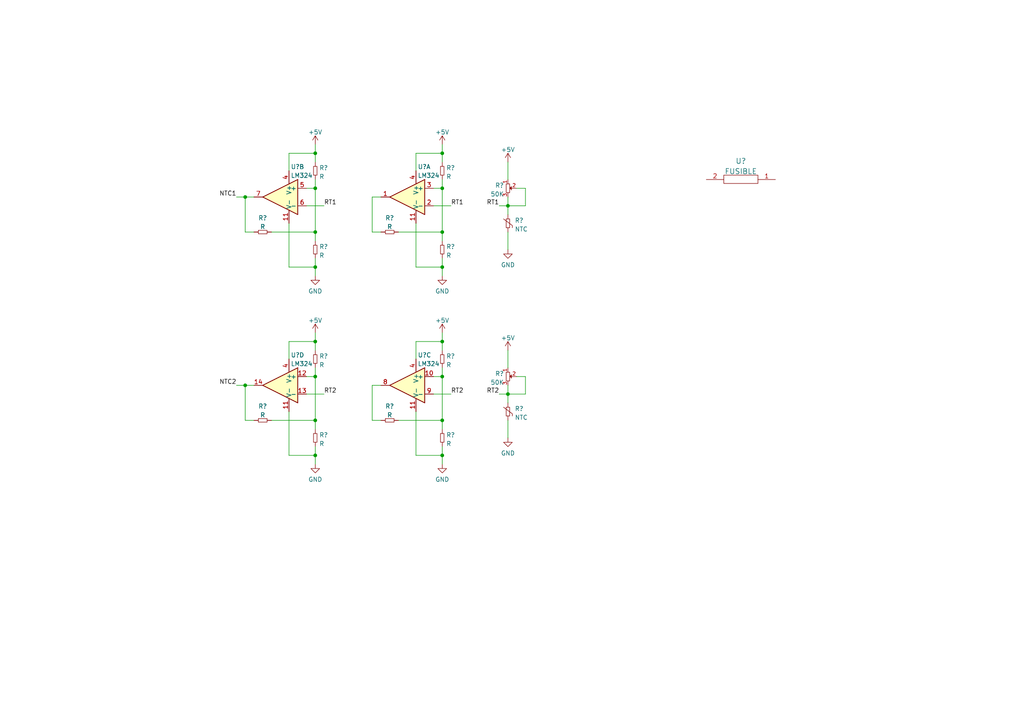
<source format=kicad_sch>
(kicad_sch (version 20211123) (generator eeschema)
  (paper "A4")
  (lib_symbols
    (symbol "EESTN5:FUSIBLE" (pin_names (offset 1.016))
      (property "Reference" "U" (at 0.127 2.286 0))
      (property "Value" "FUSIBLE" (at 0 0 0))
      (symbol "FUSIBLE_0_1"
        (rectangle (start -4.699 1.27) (end 5.207 -1.143))
      )
      (symbol "FUSIBLE_1_1"
        (pin input line (at 10.287 0 180) (length 5.08) (name "~") (number "1"))
        (pin input line (at -9.779 0 0) (length 5.08) (name "~") (number "2"))
      )
    )
    (symbol "EESTN5:POT" (pin_names (offset 1.016) hide)
      (property "Reference" "R" (at 0 -1.27 0))
      (property "Value" "POT" (at 0 -3.81 0))
      (symbol "POT_0_0"
        (rectangle (start -1.27 0.508) (end 1.27 -0.508))
      )
      (symbol "POT_0_1"
        (polyline (pts (xy 0 0.508) (xy -0.508 1.016) (xy 0.508 1.016)) (fill (type outline)))
      )
      (symbol "POT_1_1"
        (pin passive line (at -2.54 0 0) (length 1.27) (name "1") (number "1"))
        (pin passive line (at 0 2.54 270) (length 1.524) (name "2") (number "2"))
        (pin passive line (at 2.54 0 180) (length 1.27) (name "3") (number "3"))
      )
    )
    (symbol "EESTN5:R" (pin_numbers hide) (pin_names (offset 0))
      (property "Reference" "R" (at -1.27 0 90))
      (property "Value" "R" (at 1.27 0 90))
      (symbol "R_0_1"
        (rectangle (start 0.508 1.27) (end -0.508 -1.27))
      )
      (symbol "R_1_1"
        (pin passive line (at 0 2.54 270) (length 1.27) (name "~") (number "1"))
        (pin passive line (at 0 -2.54 90) (length 1.27) (name "~") (number "2"))
      )
    )
    (symbol "MacroLib:LM324" (pin_names (offset 0.3048))
      (property "Reference" "U" (at 0 7.62 0))
      (property "Value" "LM324" (at 2.54 5.08 0))
      (symbol "LM324_1_1"
        (polyline (pts (xy -5.08 5.08) (xy 5.08 0) (xy -5.08 -5.08) (xy -5.08 5.08)) (stroke (width 0.254)) (fill (type background)))
        (pin output line (at 7.62 0 180) (length 2.54) (name "~") (number "1"))
        (pin passive line (at -2.54 -7.62 90) (length 3.81) (name "V-") (number "11"))
        (pin input line (at -7.62 -2.54 0) (length 2.54) (name "-") (number "2"))
        (pin input line (at -7.62 2.54 0) (length 2.54) (name "+") (number "3"))
        (pin passive line (at -2.54 7.62 270) (length 3.81) (name "V+") (number "4"))
      )
      (symbol "LM324_2_1"
        (polyline (pts (xy -5.08 5.08) (xy 5.08 0) (xy -5.08 -5.08) (xy -5.08 5.08)) (stroke (width 0.254)) (fill (type background)))
        (pin passive line (at -2.54 -7.62 90) (length 3.81) (name "V-") (number "11"))
        (pin passive line (at -2.54 7.62 270) (length 3.81) (name "V+") (number "4"))
        (pin input line (at -7.62 2.54 0) (length 2.54) (name "+") (number "5"))
        (pin input line (at -7.62 -2.54 0) (length 2.54) (name "-") (number "6"))
        (pin output line (at 7.62 0 180) (length 2.54) (name "~") (number "7"))
      )
      (symbol "LM324_3_1"
        (polyline (pts (xy -5.08 5.08) (xy 5.08 0) (xy -5.08 -5.08) (xy -5.08 5.08)) (stroke (width 0.254)) (fill (type background)))
        (pin input line (at -7.62 2.54 0) (length 2.54) (name "+") (number "10"))
        (pin passive line (at -2.54 -7.62 90) (length 3.81) (name "V-") (number "11"))
        (pin passive line (at -2.54 7.62 270) (length 3.81) (name "V+") (number "4"))
        (pin output line (at 7.62 0 180) (length 2.54) (name "~") (number "8"))
        (pin input line (at -7.62 -2.54 0) (length 2.54) (name "-") (number "9"))
      )
      (symbol "LM324_4_1"
        (polyline (pts (xy -5.08 5.08) (xy 5.08 0) (xy -5.08 -5.08) (xy -5.08 5.08)) (stroke (width 0.254)) (fill (type background)))
        (pin passive line (at -2.54 -7.62 90) (length 3.81) (name "V-") (number "11"))
        (pin input line (at -7.62 2.54 0) (length 2.54) (name "+") (number "12"))
        (pin input line (at -7.62 -2.54 0) (length 2.54) (name "-") (number "13"))
        (pin output line (at 7.62 0 180) (length 2.54) (name "~") (number "14"))
        (pin passive line (at -2.54 7.62 270) (length 3.81) (name "V+") (number "4"))
      )
    )
    (symbol "MacroLib:NTC" (pin_numbers hide)
      (property "Reference" "R" (at 2.54 1.905 0))
      (property "Value" "NTC" (at -1.905 1.905 0))
      (symbol "NTC_0_1"
        (rectangle (start -1.27 0.508) (end 1.27 -0.508))
        (polyline (pts (xy -1.27 -1.27) (xy -0.635 -1.27) (xy 1.27 1.27)) (stroke (width 0.1524)))
      )
      (symbol "NTC_1_1"
        (pin passive line (at -2.54 0 0) (length 1.27) (name "~") (number "1"))
        (pin passive line (at 2.54 0 180) (length 1.27) (name "~") (number "2"))
      )
    )
    (symbol "power:+5V" (power) (pin_names (offset 0))
      (property "Value" "+5V" (at 0 3.556 0))
      (symbol "+5V_0_1"
        (polyline (pts (xy -0.762 1.27) (xy 0 2.54)))
        (polyline (pts (xy 0 0) (xy 0 2.54)))
        (polyline (pts (xy 0 2.54) (xy 0.762 1.27)))
      )
      (symbol "+5V_1_1"
        (pin power_in line (at 0 0 90) (length 0) hide (name "+5V") (number "1"))
      )
    )
    (symbol "power:GND" (power) (pin_names (offset 0))
      (property "Value" "GND" (at 0 -3.81 0))
      (symbol "GND_0_1"
        (polyline (pts (xy 0 0) (xy 0 -1.27) (xy 1.27 -1.27) (xy 0 -2.54) (xy -1.27 -1.27) (xy 0 -1.27)))
      )
      (symbol "GND_1_1"
        (pin power_in line (at 0 0 270) (length 0) hide (name "GND") (number "1"))
      )
    )
  )
  (junction (at 128.27 44.45))
  (junction (at 91.44 77.47))
  (junction (at 91.44 44.45))
  (junction (at 128.27 54.61))
  (junction (at 71.12 111.76))
  (junction (at 128.27 109.22))
  (junction (at 147.32 114.3))
  (junction (at 91.44 99.06))
  (junction (at 128.27 121.92))
  (junction (at 128.27 77.47))
  (junction (at 128.27 67.31))
  (junction (at 71.12 57.15))
  (junction (at 128.27 132.08))
  (junction (at 91.44 109.22))
  (junction (at 91.44 132.08))
  (junction (at 128.27 99.06))
  (junction (at 147.32 59.69))
  (junction (at 91.44 121.92))
  (junction (at 91.44 67.31))
  (junction (at 91.44 54.61))
  (wire (pts (xy 147.32 101.6) (xy 147.32 106.68)))
  (wire (pts (xy 147.32 121.92) (xy 147.32 127)))
  (wire (pts (xy 128.27 44.45) (xy 128.27 46.99)))
  (wire (pts (xy 91.44 44.45) (xy 91.44 46.99)))
  (wire (pts (xy 147.32 46.99) (xy 147.32 52.07)))
  (wire (pts (xy 83.82 104.14) (xy 83.82 99.06)))
  (wire (pts (xy 147.32 59.69) (xy 147.32 62.23)))
  (wire (pts (xy 147.32 114.3) (xy 147.32 116.84)))
  (wire (pts (xy 120.65 77.47) (xy 128.27 77.47)))
  (wire (pts (xy 128.27 41.91) (xy 128.27 44.45)))
  (wire (pts (xy 88.9 54.61) (xy 91.44 54.61)))
  (wire (pts (xy 152.4 114.3) (xy 152.4 109.22)))
  (wire (pts (xy 91.44 121.92) (xy 91.44 124.46)))
  (wire (pts (xy 91.44 109.22) (xy 91.44 121.92)))
  (wire (pts (xy 83.82 64.77) (xy 83.82 77.47)))
  (wire (pts (xy 120.65 132.08) (xy 128.27 132.08)))
  (wire (pts (xy 83.82 119.38) (xy 83.82 132.08)))
  (wire (pts (xy 68.58 57.15) (xy 71.12 57.15)))
  (wire (pts (xy 107.95 67.31) (xy 110.49 67.31)))
  (wire (pts (xy 120.65 64.77) (xy 120.65 77.47)))
  (wire (pts (xy 83.82 132.08) (xy 91.44 132.08)))
  (wire (pts (xy 147.32 59.69) (xy 152.4 59.69)))
  (wire (pts (xy 128.27 74.93) (xy 128.27 77.47)))
  (wire (pts (xy 147.32 67.31) (xy 147.32 72.39)))
  (wire (pts (xy 115.57 67.31) (xy 128.27 67.31)))
  (wire (pts (xy 110.49 111.76) (xy 107.95 111.76)))
  (wire (pts (xy 88.9 114.3) (xy 93.98 114.3)))
  (wire (pts (xy 107.95 57.15) (xy 107.95 67.31)))
  (wire (pts (xy 71.12 111.76) (xy 71.12 121.92)))
  (wire (pts (xy 128.27 54.61) (xy 128.27 67.31)))
  (wire (pts (xy 91.44 67.31) (xy 91.44 69.85)))
  (wire (pts (xy 83.82 99.06) (xy 91.44 99.06)))
  (wire (pts (xy 120.65 104.14) (xy 120.65 99.06)))
  (wire (pts (xy 91.44 129.54) (xy 91.44 132.08)))
  (wire (pts (xy 128.27 132.08) (xy 128.27 134.62)))
  (wire (pts (xy 110.49 57.15) (xy 107.95 57.15)))
  (wire (pts (xy 107.95 111.76) (xy 107.95 121.92)))
  (wire (pts (xy 128.27 67.31) (xy 128.27 69.85)))
  (wire (pts (xy 91.44 99.06) (xy 91.44 101.6)))
  (wire (pts (xy 144.78 59.69) (xy 147.32 59.69)))
  (wire (pts (xy 152.4 109.22) (xy 149.86 109.22)))
  (wire (pts (xy 147.32 114.3) (xy 152.4 114.3)))
  (wire (pts (xy 125.73 109.22) (xy 128.27 109.22)))
  (wire (pts (xy 125.73 59.69) (xy 130.81 59.69)))
  (wire (pts (xy 128.27 121.92) (xy 128.27 124.46)))
  (wire (pts (xy 83.82 49.53) (xy 83.82 44.45)))
  (wire (pts (xy 88.9 59.69) (xy 93.98 59.69)))
  (wire (pts (xy 91.44 132.08) (xy 91.44 134.62)))
  (wire (pts (xy 125.73 54.61) (xy 128.27 54.61)))
  (wire (pts (xy 83.82 77.47) (xy 91.44 77.47)))
  (wire (pts (xy 128.27 129.54) (xy 128.27 132.08)))
  (wire (pts (xy 128.27 109.22) (xy 128.27 121.92)))
  (wire (pts (xy 128.27 77.47) (xy 128.27 80.01)))
  (wire (pts (xy 115.57 121.92) (xy 128.27 121.92)))
  (wire (pts (xy 152.4 59.69) (xy 152.4 54.61)))
  (wire (pts (xy 78.74 67.31) (xy 91.44 67.31)))
  (wire (pts (xy 120.65 99.06) (xy 128.27 99.06)))
  (wire (pts (xy 73.66 111.76) (xy 71.12 111.76)))
  (wire (pts (xy 91.44 96.52) (xy 91.44 99.06)))
  (wire (pts (xy 68.58 111.76) (xy 71.12 111.76)))
  (wire (pts (xy 78.74 121.92) (xy 91.44 121.92)))
  (wire (pts (xy 147.32 57.15) (xy 147.32 59.69)))
  (wire (pts (xy 107.95 121.92) (xy 110.49 121.92)))
  (wire (pts (xy 83.82 44.45) (xy 91.44 44.45)))
  (wire (pts (xy 71.12 57.15) (xy 71.12 67.31)))
  (wire (pts (xy 128.27 96.52) (xy 128.27 99.06)))
  (wire (pts (xy 91.44 41.91) (xy 91.44 44.45)))
  (wire (pts (xy 91.44 106.68) (xy 91.44 109.22)))
  (wire (pts (xy 128.27 106.68) (xy 128.27 109.22)))
  (wire (pts (xy 147.32 111.76) (xy 147.32 114.3)))
  (wire (pts (xy 144.78 114.3) (xy 147.32 114.3)))
  (wire (pts (xy 73.66 57.15) (xy 71.12 57.15)))
  (wire (pts (xy 91.44 77.47) (xy 91.44 80.01)))
  (wire (pts (xy 125.73 114.3) (xy 130.81 114.3)))
  (wire (pts (xy 88.9 109.22) (xy 91.44 109.22)))
  (wire (pts (xy 120.65 44.45) (xy 128.27 44.45)))
  (wire (pts (xy 71.12 67.31) (xy 73.66 67.31)))
  (wire (pts (xy 128.27 99.06) (xy 128.27 101.6)))
  (wire (pts (xy 120.65 49.53) (xy 120.65 44.45)))
  (wire (pts (xy 91.44 52.07) (xy 91.44 54.61)))
  (wire (pts (xy 128.27 52.07) (xy 128.27 54.61)))
  (wire (pts (xy 71.12 121.92) (xy 73.66 121.92)))
  (wire (pts (xy 120.65 119.38) (xy 120.65 132.08)))
  (wire (pts (xy 152.4 54.61) (xy 149.86 54.61)))
  (wire (pts (xy 91.44 74.93) (xy 91.44 77.47)))
  (wire (pts (xy 91.44 54.61) (xy 91.44 67.31)))
  (label "RT1" (at 144.78 59.69 180))
  (label "NTC2" (at 68.58 111.76 180))
  (label "RT2" (at 144.78 114.3 180))
  (label "RT2" (at 130.81 114.3 0))
  (label "NTC1" (at 68.58 57.15 180))
  (label "RT2" (at 93.98 114.3 0))
  (label "RT1" (at 93.98 59.69 0))
  (label "RT1" (at 130.81 59.69 0))
  (symbol (lib_id "EESTN5:FUSIBLE") (at 214.63 52.07 0) (unit 1)
    (property "Reference" "U?" (at 214.884 46.7159 0) (effects (font (size 1.524 1.524))))
    (property "Value" "FUSIBLE" (at 214.884 49.7093 0) (effects (font (size 1.524 1.524))))
  )
  (symbol (lib_id "EESTN5:POT") (at 147.32 54.61 270) (unit 1)
    (property "Reference" "R?" (at 146.1771 53.7753 90) (effects (justify right)))
    (property "Value" "50K" (at 146.1771 56.3122 90) (effects (justify right)))
  )
  (symbol (lib_id "power:+5V") (at 147.32 46.99 0) (unit 1)
    (property "Reference" "#PWR?" (effects hide))
    (property "Value" "+5V" (at 147.32 43.4142 0))
  )
  (symbol (lib_id "power:GND") (at 91.44 134.62 0) (unit 1)
    (property "Reference" "#PWR?" (effects hide))
    (property "Value" "GND" (at 91.44 139.0634 0))
  )
  (symbol (lib_id "power:GND") (at 128.27 134.62 0) (unit 1)
    (property "Reference" "#PWR?" (effects hide))
    (property "Value" "GND" (at 128.27 139.0634 0))
  )
  (symbol (lib_id "MacroLib:LM324") (at 118.11 111.76 0) (mirror y) (unit 3)
    (property "Reference" "U?" (at 121.1706 102.9802 0) (effects (justify right)))
    (property "Value" "LM324" (at 121.1706 105.5171 0) (effects (justify right)))
  )
  (symbol (lib_id "power:+5V") (at 128.27 96.52 0) (unit 1)
    (property "Reference" "#PWR?" (effects hide))
    (property "Value" "+5V" (at 128.27 92.9442 0))
  )
  (symbol (lib_id "EESTN5:POT") (at 147.32 109.22 270) (unit 1)
    (property "Reference" "R?" (at 146.1771 108.3853 90) (effects (justify right)))
    (property "Value" "50K" (at 146.1771 110.9222 90) (effects (justify right)))
  )
  (symbol (lib_id "MacroLib:NTC") (at 147.32 64.77 90) (unit 1)
    (property "Reference" "R?" (at 149.3012 63.9353 90) (effects (justify right)))
    (property "Value" "NTC" (at 149.3012 66.4722 90) (effects (justify right)))
  )
  (symbol (lib_id "EESTN5:R") (at 91.44 127 0) (unit 1)
    (property "Reference" "R?" (at 92.583 126.1653 0) (effects (justify left)))
    (property "Value" "R" (at 92.583 128.7022 0) (effects (justify left)))
  )
  (symbol (lib_id "power:GND") (at 128.27 80.01 0) (unit 1)
    (property "Reference" "#PWR?" (effects hide))
    (property "Value" "GND" (at 128.27 84.4534 0))
  )
  (symbol (lib_id "power:GND") (at 147.32 72.39 0) (unit 1)
    (property "Reference" "#PWR?" (effects hide))
    (property "Value" "GND" (at 147.32 76.8334 0))
  )
  (symbol (lib_id "EESTN5:R") (at 91.44 49.53 0) (unit 1)
    (property "Reference" "R?" (at 92.583 48.6953 0) (effects (justify left)))
    (property "Value" "R" (at 92.583 51.2322 0) (effects (justify left)))
  )
  (symbol (lib_id "EESTN5:R") (at 128.27 104.14 0) (unit 1)
    (property "Reference" "R?" (at 129.413 103.3053 0) (effects (justify left)))
    (property "Value" "R" (at 129.413 105.8422 0) (effects (justify left)))
  )
  (symbol (lib_id "EESTN5:R") (at 113.03 121.92 90) (unit 1)
    (property "Reference" "R?" (at 113.03 117.8392 90))
    (property "Value" "R" (at 113.03 120.3761 90))
  )
  (symbol (lib_id "EESTN5:R") (at 76.2 67.31 90) (unit 1)
    (property "Reference" "R?" (at 76.2 63.2292 90))
    (property "Value" "R" (at 76.2 65.7661 90))
  )
  (symbol (lib_id "EESTN5:R") (at 128.27 49.53 0) (unit 1)
    (property "Reference" "R?" (at 129.413 48.6953 0) (effects (justify left)))
    (property "Value" "R" (at 129.413 51.2322 0) (effects (justify left)))
  )
  (symbol (lib_id "power:GND") (at 91.44 80.01 0) (unit 1)
    (property "Reference" "#PWR?" (effects hide))
    (property "Value" "GND" (at 91.44 84.4534 0))
  )
  (symbol (lib_id "MacroLib:LM324") (at 81.28 57.15 0) (mirror y) (unit 2)
    (property "Reference" "U?" (at 84.3406 48.3702 0) (effects (justify right)))
    (property "Value" "LM324" (at 84.3406 50.9071 0) (effects (justify right)))
  )
  (symbol (lib_id "power:+5V") (at 128.27 41.91 0) (unit 1)
    (property "Reference" "#PWR?" (effects hide))
    (property "Value" "+5V" (at 128.27 38.3342 0))
  )
  (symbol (lib_id "EESTN5:R") (at 113.03 67.31 90) (unit 1)
    (property "Reference" "R?" (at 113.03 63.2292 90))
    (property "Value" "R" (at 113.03 65.7661 90))
  )
  (symbol (lib_id "power:+5V") (at 91.44 96.52 0) (unit 1)
    (property "Reference" "#PWR?" (effects hide))
    (property "Value" "+5V" (at 91.44 92.9442 0))
  )
  (symbol (lib_id "EESTN5:R") (at 76.2 121.92 90) (unit 1)
    (property "Reference" "R?" (at 76.2 117.8392 90))
    (property "Value" "R" (at 76.2 120.3761 90))
  )
  (symbol (lib_id "power:+5V") (at 91.44 41.91 0) (unit 1)
    (property "Reference" "#PWR?" (effects hide))
    (property "Value" "+5V" (at 91.44 38.3342 0))
  )
  (symbol (lib_id "power:+5V") (at 147.32 101.6 0) (unit 1)
    (property "Reference" "#PWR?" (effects hide))
    (property "Value" "+5V" (at 147.32 98.0242 0))
  )
  (symbol (lib_id "EESTN5:R") (at 91.44 104.14 0) (unit 1)
    (property "Reference" "R?" (at 92.583 103.3053 0) (effects (justify left)))
    (property "Value" "R" (at 92.583 105.8422 0) (effects (justify left)))
  )
  (symbol (lib_id "EESTN5:R") (at 128.27 72.39 0) (unit 1)
    (property "Reference" "R?" (at 129.413 71.5553 0) (effects (justify left)))
    (property "Value" "R" (at 129.413 74.0922 0) (effects (justify left)))
  )
  (symbol (lib_id "EESTN5:R") (at 128.27 127 0) (unit 1)
    (property "Reference" "R?" (at 129.413 126.1653 0) (effects (justify left)))
    (property "Value" "R" (at 129.413 128.7022 0) (effects (justify left)))
  )
  (symbol (lib_id "MacroLib:LM324") (at 81.28 111.76 0) (mirror y) (unit 4)
    (property "Reference" "U?" (at 84.3406 102.9802 0) (effects (justify right)))
    (property "Value" "LM324" (at 84.3406 105.5171 0) (effects (justify right)))
  )
  (symbol (lib_id "EESTN5:R") (at 91.44 72.39 0) (unit 1)
    (property "Reference" "R?" (at 92.583 71.5553 0) (effects (justify left)))
    (property "Value" "R" (at 92.583 74.0922 0) (effects (justify left)))
  )
  (symbol (lib_id "MacroLib:LM324") (at 118.11 57.15 0) (mirror y) (unit 1)
    (property "Reference" "U?" (at 121.1706 48.3702 0) (effects (justify right)))
    (property "Value" "LM324" (at 121.1706 50.9071 0) (effects (justify right)))
  )
  (symbol (lib_id "MacroLib:NTC") (at 147.32 119.38 90) (unit 1)
    (property "Reference" "R?" (at 149.3012 118.5453 90) (effects (justify right)))
    (property "Value" "NTC" (at 149.3012 121.0822 90) (effects (justify right)))
  )
  (symbol (lib_id "power:GND") (at 147.32 127 0) (unit 1)
    (property "Reference" "#PWR?" (effects hide))
    (property "Value" "GND" (at 147.32 131.4434 0))
  )
)
</source>
